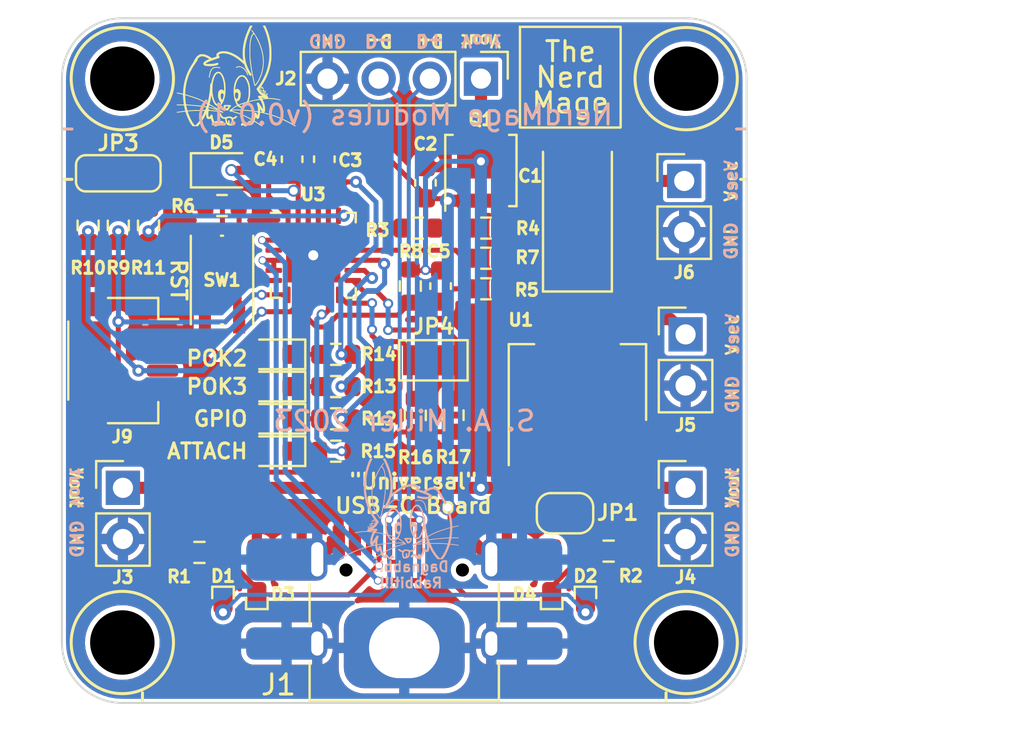
<source format=kicad_pcb>
(kicad_pcb (version 20211014) (generator pcbnew)
  (title_block (title "USB-C (PD) Board") (rev "0.0.1") (company "The Nerd Mage"))
  (layers (0 "F.Cu" signal) (31 "B.Cu" signal) (34 "B.Paste" user) (35 "F.Paste" user) (36 "B.SilkS" user "B.Silkscreen") (37 "F.SilkS" user "F.Silkscreen") (38 "B.Mask" user) (39 "F.Mask" user) (44 "Edge.Cuts" user))
  (net 0 "")
  (net 1 "UD+")
  (net 2 "UD-")
  (net 5 "Net-(C5-Pad2)")
  (net 7 "Net-(C3-Pad1)")
  (net 8 "Net-(C4-Pad1)")
  (net 9 "Net-(Q1-Pad4)")
  (net 10 "Net-(R3-Pad1)")
  (net 11 "CC1")
  (net 12 "CC2")
  (net 13 "Vbus")
  (net 14 "Net-(R7-Pad1)")
  (net 15 "RESET")
  (net 16 "Net-(R8-Pad2)")
  (net 17 "SCL")
  (net 18 "SDA")
  (net 19 "GPIO")
  (net 20 "ALERT")
  (net 21 "2v7")
  (net 22 "ATTACH")
  (net 23 "A_B_SIDE")
  (net 24 "GND")
  (net 25 "Net-(JP3-Pad3)")
  (net 26 "Vout")
  (net 27 "POWER_OK3")
  (net 28 "POWER_OK2")
  (net 29 "Net-(D9-Pad1)")
  (net 30 "Vsec")
  (net 31 "Net-(D6-Pad1)")
  (net 32 "Net-(D7-Pad1)")
  (net 33 "Net-(D8-Pad1)")
  (net 34 "Net-(JP3-Pad2)")
  (net 35 "Net-(JP3-Pad1)")
  (net 36 "/ADDR0")
  (net 37 "/ADDR1")
  (footprint "Tinker:Mount" (layer "F.Cu") (at 114 101)
    (fp_text reference "REF**" hide)
    (fp_text value "Mount" hide)
  )
  (footprint "Resistor_SMD:R_0603_1608Metric" (layer "F.Cu") (at 85.8 80.285136 90)
    (fp_text reference "R9")
    (fp_text value "1k")
  )
  (footprint "Tinker:PGB1010603NRHF" (layer "F.Cu") (at 109 100 -90)
    (fp_text reference "D2")
    (fp_text value "PGB1010603NR" hide)
  )
  (footprint "LED_SMD:LED_0603_1608Metric" (layer "F.Cu") (at 93.6 89.890928 180)
    (fp_text reference "D6" hide)
    (fp_text value "blue")
  )
  (footprint "Capacitor_SMD:C_0603_1608Metric" (layer "F.Cu") (at 101.052475 78.171086 90)
    (fp_text reference "C2")
    (fp_text value "1.0uF")
  )
  (footprint "Package_DFN_QFN:QFN-24-1EP_4x4mm_P0.5mm_EP2.7x2.7mm" (layer "F.Cu") (at 95.481969 81.77119)
    (fp_text reference "U3")
    (fp_text value "STUSB4500QTR")
  )
  (footprint "Tinker:Mount" (layer "F.Cu") (at 86 101)
    (fp_text reference "REF**" hide)
    (fp_text value "Mount" hide)
  )
  (footprint "Tinker:JST_SH_SM04B-SRSS-TB_1x04-1MP_P1.00mm_Horizontal" (layer "F.Cu") (at 86 87 -90)
    (fp_text reference "J9")
    (fp_text value "Conn_01x04_MountingPin" hide)
  )
  (footprint "Tinker:DagNabbit" (layer "F.Cu") (at 91.4 73.5)
    (fp_text reference "REF**" hide)
    (fp_text value "DagNabbit" hide)
  )
  (footprint "Tinker:SOT-223-3_TabPin2" (layer "F.Cu") (at 108.6 88.093656 90)
    (fp_text reference "U1")
    (fp_text value "AMS1117-3.3" hide)
  )
  (footprint "Tinker:R_0603_1608Metric_Pad0.98x0.95mm_HandSolder" (layer "F.Cu") (at 89.829448 96.526795 180)
    (fp_text reference "R1")
    (fp_text value "5k1")
  )
  (footprint "Capacitor_Tantalum_SMD:CP_EIA-6032-28_Kemet-C_Pad2.25x2.35mm_HandSolder" (layer "F.Cu") (at 108.6 79.635822 90)
    (fp_text reference "C1")
    (fp_text value "22uf")
  )
  (footprint "LED_SMD:LED_0603_1608Metric" (layer "F.Cu") (at 93.6 88.290928 180)
    (fp_text reference "D7" hide)
    (fp_text value "yellow")
  )
  (footprint "LED_SMD:LED_0603_1608Metric" (layer "F.Cu") (at 93.6 91.5 180)
    (fp_text reference "D9" hide)
    (fp_text value "green")
  )
  (footprint "Package_SON:Diodes_PowerDI3333-8" (layer "F.Cu") (at 103.805361 77.561221 90)
    (fp_text reference "Q1")
    (fp_text value "DMP3013SFV")
  )
  (footprint "Tinker:PinHeader_1x02_P2.54mm_Vertical" (layer "F.Cu") (at 113.97 93.32)
    (fp_text reference "J4")
    (fp_text value "Conn_01x02_Male" hide)
  )
  (footprint "Tinker:SolderJumper-2_P1.3mm_Open_RoundedPad1.0x1.5mm" (layer "F.Cu") (at 85.8 77.7)
    (fp_text reference "JP3")
    (fp_text value "SolderJumper_4_Bridged" hide)
  )
  (footprint "Tinker:Mount" (layer "F.Cu") (at 114 73)
    (fp_text reference "REF**" hide)
    (fp_text value "Mount" hide)
  )
  (footprint "Capacitor_SMD:C_0603_1608Metric" (layer "F.Cu") (at 96.031969 77 90)
    (fp_text reference "C3")
    (fp_text value "1.0uF")
  )
  (footprint "Tinker:NerdMage" (layer "F.Cu") (at 108.245525 72.927201)
    (fp_text reference "REF**" hide)
    (fp_text value "NerdMage" hide)
  )
  (footprint "Resistor_SMD:R_0603_1608Metric" (layer "F.Cu") (at 100.688522 80.42119)
    (fp_text reference "R3")
    (fp_text value "1k")
  )
  (footprint "Tinker:SolderJumper-2_P1.3mm_Open_RoundedPad1.0x1.5mm" (layer "F.Cu") (at 107.983618 94.58)
    (fp_text reference "JP1")
    (fp_text value "SolderJumper_2_Open")
  )
  (footprint "Tinker:PinHeader_1x02_P2.54mm_Vertical" (layer "F.Cu") (at 86.03 93.32)
    (fp_text reference "J3")
    (fp_text value "Conn_01x02_Male" hide)
  )
  (footprint "Capacitor_SMD:C_0603_1608Metric" (layer "F.Cu") (at 101.804435 83.300911 -90)
    (fp_text reference "C5")
    (fp_text value "0.1uF")
  )
  (footprint "Diode_SMD:D_SOD-323" (layer "F.Cu") (at 90.907663 77.551352)
    (fp_text reference "D5")
    (fp_text value "BAT60A")
  )
  (footprint "Resistor_SMD:R_0603_1608Metric" (layer "F.Cu") (at 90.95 79.3)
    (fp_text reference "R6")
    (fp_text value "100k")
  )
  (footprint "Resistor_SMD:R_0603_1608Metric" (layer "F.Cu") (at 100.29898 83.299492 -90)
    (fp_text reference "R8")
    (fp_text value "1k")
  )
  (footprint "Tinker:R_0603_1608Metric_Pad0.98x0.95mm_HandSolder" (layer "F.Cu") (at 110.150246 96.462623)
    (fp_text reference "R2")
    (fp_text value "5k1")
  )
  (footprint "Resistor_SMD:R_0603_1608Metric" (layer "F.Cu") (at 100.548181 89.722576 -90)
    (fp_text reference "R16")
    (fp_text value "100k")
  )
  (footprint "Tinker:PGB1010603NRHF" (layer "F.Cu") (at 91 100 -90)
    (fp_text reference "D1")
    (fp_text value "PGB1010603NR" hide)
  )
  (footprint "Tinker:PinHeader_1x02_P2.54mm_Vertical" (layer "F.Cu") (at 113.902854 78.08)
    (fp_text reference "J6")
    (fp_text value "Conn_01x02_Male" hide)
  )
  (footprint "Resistor_SMD:R_0603_1608Metric" (layer "F.Cu") (at 104.058404 83.435849 180)
    (fp_text reference "R5")
    (fp_text value "100")
  )
  (footprint "Tinker:SolderJumper-3_P1.3mm_Bridged123_Pad1.0x1.5mm" (layer "F.Cu") (at 101.446718 86.987381)
    (fp_text reference "JP4")
    (fp_text value "SolderJumper_3_Bridged123" hide)
  )
  (footprint "LED_SMD:LED_0603_1608Metric" (layer "F.Cu") (at 93.6 86.690928 180)
    (fp_text reference "D8" hide)
    (fp_text value "yellow")
  )
  (footprint "Tinker:PinHeader_1x02_P2.54mm_Vertical" (layer "F.Cu") (at 113.97 85.7)
    (fp_text reference "J5")
    (fp_text value "Conn_01x02_Male" hide)
  )
  (footprint "Tinker:Mount" (layer "F.Cu") (at 86 73)
    (fp_text reference "REF**" hide)
    (fp_text value "Mount" hide)
  )
  (footprint "Capacitor_SMD:C_0603_1608Metric" (layer "F.Cu") (at 94.431969 77 90)
    (fp_text reference "C4")
    (fp_text value "1.0uF")
  )
  (footprint "Resistor_SMD:R_0603_1608Metric" (layer "F.Cu") (at 96.6 91.5 180)
    (fp_text reference "R15")
    (fp_text value "1k")
  )
  (footprint "Resistor_SMD:R_0603_1608Metric" (layer "F.Cu") (at 104.058404 80.42119 180)
    (fp_text reference "R4")
    (fp_text value "100k")
  )
  (footprint "Resistor_SMD:R_0603_1608Metric" (layer "F.Cu") (at 96.6 86.690928 180)
    (fp_text reference "R14")
    (fp_text value "1k")
  )
  (footprint "Resistor_SMD:R_0603_1608Metric" (layer "F.Cu") (at 104.058404 81.917221)
    (fp_text reference "R7")
    (fp_text value "22k")
  )
  (footprint "Resistor_SMD:R_0603_1608Metric" (layer "F.Cu") (at 102.422576 89.709091 -90)
    (fp_text reference "R17")
    (fp_text value "100k")
  )
  (footprint "Tinker:SW_Push_TS273014TP" (layer "F.Cu") (at 90.95 83 -90)
    (fp_text reference "SW1")
    (fp_text value "SW_Push")
  )
  (footprint "Resistor_SMD:R_0603_1608Metric" (layer "F.Cu") (at 96.6 88.290928 180)
    (fp_text reference "R13")
    (fp_text value "1k")
  )
  (footprint "Resistor_SMD:R_0603_1608Metric" (layer "F.Cu") (at 84.3 80.285136 90)
    (fp_text reference "R10")
    (fp_text value "1k")
  )
  (footprint "Tinker:PinHeader_1x04_P2.54mm_Vertical" (layer "F.Cu") (at 103.81 73 -90)
    (fp_text reference "J2")
    (fp_text value "Conn_01x04_Male" hide)
  )
  (footprint "Tinker:USB_C_Receptacle_HRO_TYPE-C-31-M-12" (layer "F.Cu") (at 100 100)
    (fp_text reference "J1")
    (fp_text value "USB_C_Receptacle_USB2.0" hide)
  )
  (footprint "Tinker:PGB1010603NRHF" (layer "F.Cu") (at 107.32 97.571795 90)
    (fp_text reference "D4")
    (fp_text value "PGB1010603NR" hide)
  )
  (footprint "Resistor_SMD:R_0603_1608Metric" (layer "F.Cu") (at 96.6 89.890928 180)
    (fp_text reference "R12")
    (fp_text value "1k")
  )
  (footprint "Resistor_SMD:R_0603_1608Metric" (layer "F.Cu") (at 87.3 80.285136 90)
    (fp_text reference "R11")
    (fp_text value "1k")
  )
  (footprint "Tinker:PGB1010603NRHF" (layer "F.Cu") (at 92.68 97.571795 90)
    (fp_text reference "D3")
    (fp_text value "PGB1010603NR" hide)
  )
  (footprint "Tinker:DagNabbit" (layer "B.Cu") (at 100 95 180)
    (fp_text reference "REF**" hide)
    (fp_text value "DagNabbit" hide)
  )
  (gr_line (start 83.1 75.5) (end 83.5 75.5) (layer "B.SilkS") (width 0.15))
  (gr_line (start 116.5 75.5) (end 116.9 75.5) (layer "B.SilkS") (width 0.15))
  (gr_line (start 113 103.9) (end 113 103.5) (layer "F.SilkS") (width 0.15))
  (gr_line (start 83.1 78) (end 83.5 78) (layer "F.SilkS") (width 0.15))
  (gr_line (start 116.7 78) (end 116.9 78) (layer "F.SilkS") (width 0.15))
  (gr_line (start 87 103.9) (end 87 103.5) (layer "F.SilkS") (width 0.15))
  (gr_line (start 117 73) (end 117 101) (layer "Edge.Cuts") (width 0.1))
  (gr_arc (start 86 104) (mid 83.87868 103.12132) (end 83 101) (layer "Edge.Cuts") (width 0.1))
  (gr_arc (start 83 73) (mid 83.87868 70.87868) (end 86 70) (layer "Edge.Cuts") (width 0.1))
  (gr_line (start 86 70) (end 114 70) (layer "Edge.Cuts") (width 0.1))
  (gr_line (start 83 101) (end 83 73) (layer "Edge.Cuts") (width 0.1))
  (gr_arc (start 114 70) (mid 116.12132 70.87868) (end 117 73) (layer "Edge.Cuts") (width 0.1))
  (gr_line (start 86 104) (end 114 104) (layer "Edge.Cuts") (width 0.1))
  (gr_arc (start 117 101) (mid 116.12132 103.12132) (end 114 104) (layer "Edge.Cuts") (width 0.1))
  (gr_text "NerdMage Modules (v0.0.1)" (at 100 74.8) (layer "B.SilkS") (effects (font (size 1 1)) (justify mirror)))
  (gr_text "D+" (at 101.27 71.12 180) (layer "B.SilkS") (effects (font (size 0.6 0.6)) (justify mirror)))
  (gr_text "GND" (at 116.3 88.68 90) (layer "B.SilkS") (effects (font (size 0.6 0.6) (thickness 0.125)) (justify mirror)))
  (gr_text "GND" (at 83.7 95.86 270) (layer "B.SilkS") (effects (font (size 0.6 0.6) (thickness 0.125)) (justify mirror)))
  (gr_text "Vout" (at 116.3 93.32 90) (layer "B.SilkS") (effects (font (size 0.6 0.6) (thickness 0.125)) (justify mirror)))
  (gr_text "GND" (at 116.232854 81.06 90) (layer "B.SilkS") (effects (font (size 0.6 0.6) (thickness 0.125)) (justify mirror)))
  (gr_text "D-" (at 98.73 71.12 180) (layer "B.SilkS") (effects (font (size 0.6 0.6)) (justify mirror)))
  (gr_text "Vout" (at 103.81 71.12 180) (layer "B.SilkS") (effects (font (size 0.6 0.6) (thickness 0.125)) (justify mirror)))
  (gr_text "Vsec" (at 116.3 85.7 90) (layer "B.SilkS") (effects (font (size 0.6 0.6) (thickness 0.125)) (justify mirror)))
  (gr_text "Vsec" (at 116.232854 78.08 90) (layer "B.SilkS") (effects (font (size 0.6 0.6) (thickness 0.125)) (justify mirror)))
  (gr_text "GND" (at 116.3 95.86 90) (layer "B.SilkS") (effects (font (size 0.6 0.6) (thickness 0.125)) (justify mirror)))
  (gr_text "S. A. Miller 2023" (at 100 90) (layer "B.SilkS") (effects (font (size 1 1)) (justify mirror)))
  (gr_text "Vout" (at 83.7 93.32 270) (layer "B.SilkS") (effects (font (size 0.6 0.6) (thickness 0.125)) (justify mirror)))
  (gr_text "GND" (at 96.19 71.12 180) (layer "B.SilkS") (effects (font (size 0.6 0.6) (thickness 0.125)) (justify mirror)))
  (gr_text "Vout" (at 116.3 93.32 90) (layer "F.SilkS") (effects (font (size 0.6 0.6) (thickness 0.125))))
  (gr_text "GND" (at 116.232854 81.06 90) (layer "F.SilkS") (effects (font (size 0.6 0.6) (thickness 0.125))))
  (gr_text "D-" (at 98.73 71.12 180) (layer "F.SilkS") (effects (font (size 0.6 0.6))))
  (gr_text "D+" (at 101.27 71.12 180) (layer "F.SilkS") (effects (font (size 0.6 0.6))))
  (gr_text "GND" (at 116.3 88.68 90) (layer "F.SilkS") (effects (font (size 0.6 0.6) (thickness 0.125))))
  (gr_text "GND" (at 96.19 71.12 180) (layer "F.SilkS") (effects (font (size 0.6 0.6) (thickness 0.125))))
  (gr_text "POK3" (at 92.298126 88.290928) (layer "F.SilkS") (effects (font (size 0.75 0.75)) (justify right)))
  (gr_text "GND" (at 116.3 95.86 90) (layer "F.SilkS") (effects (font (size 0.6 0.6) (thickness 0.125))))
  (gr_text "POK2" (at 92.298126 86.890928) (layer "F.SilkS") (effects (font (size 0.75 0.75)) (justify right)))
  (gr_text "GPIO" (at 92.298126 89.890928) (layer "F.SilkS") (effects (font (size 0.75 0.75)) (justify right)))
  (gr_text "ATTACH" (at 92.298126 91.5) (layer "F.SilkS") (effects (font (size 0.75 0.75)) (justify right)))
  (gr_text "GND" (at 83.7 95.86 270) (layer "F.SilkS") (effects (font (size 0.6 0.6) (thickness 0.125))))
  (gr_text "{dblquote}Universal{dblquote}\nUSB-C Board" (at 100.456186 93.602208) (layer "F.SilkS") (effects (font (size 0.75 0.75))))
  (gr_text "Vout" (at 103.81 71.12 180) (layer "F.SilkS") (effects (font (size 0.6 0.6) (thickness 0.125))))
  (gr_text "Vsec" (at 116.3 85.7 90) (layer "F.SilkS") (effects (font (size 0.6 0.6) (thickness 0.125))))
  (gr_text "Vout" (at 83.7 93.32 270) (layer "F.SilkS") (effects (font (size 0.6 0.6) (thickness 0.125))))
  (gr_text "Vsec" (at 116.232854 78.08 90) (layer "F.SilkS") (effects (font (size 0.6 0.6) (thickness 0.125))))
  (gr_text "RST" (at 88.8 83 270) (layer "F.SilkS") (effects (font (size 0.75 0.75))))
  (segment (start 99.8 94.921795) (end 100.7 94.921795) (width 0.2) (layer "F.Cu") (net 1))
  (segment (start 100.7 94.921795) (end 100.75 94.971795) (width 0.2) (layer "F.Cu") (net 1))
  (segment (start 99.75 94.971795) (end 99.8 94.921795) (width 0.2) (layer "F.Cu") (net 1))
  (segment (start 100.75 94.971795) (end 100.75 95.946795) (width 0.2) (layer "F.Cu") (net 1))
  (segment (start 99.75 95.946795) (end 99.75 94.971795) (width 0.2) (layer "F.Cu") (net 1))
  (via (at 100.75 94.905935) (size 0.4) (drill 0.3) (layers "F.Cu" "B.Cu") (net 1))
  (via (at 109 99.5) (size 0.8) (drill 0.4) (layers "F.Cu" "B.Cu") (net 1))
  (segment (start 100.225001 92.814999) (end 100.225001 74.044999) (width 0.2) (layer "B.Cu") (net 1))
  (segment (start 100.737621 97.30379) (end 100.737816 97.303985) (width 0.2) (layer "B.Cu") (net 1))
  (segment (start 100.737816 98.072204) (end 101.30017 98.634558) (width 0.2) (layer "B.Cu") (net 1))
  (segment (start 100.225001 74.044999) (end 101.27 73) (width 0.2) (layer "B.Cu") (net 1))
  (segment (start 100.225001 94.380936) (end 100.225001 92.814999) (width 0.2) (layer "B.Cu") (net 1))
  (segment (start 100.75 94.905935) (end 100.225001 94.380936) (width 0.2) (layer "B.Cu") (net 1))
  (segment (start 108.131208 98.634558) (end 108.132883 98.632883) (width 0.2) (layer "B.Cu") (net 1))
  (segment (start 100.75 94.905935) (end 100.737621 94.918314) (width 0.2) (layer "B.Cu") (net 1))
  (segment (start 108.132883 98.632883) (end 109 99.5) (width 0.2) (layer "B.Cu") (net 1))
  (segment (start 100.737816 97.303985) (end 100.737816 98.072204) (width 0.2) (layer "B.Cu") (net 1))
  (segment (start 101.30017 98.634558) (end 108.131208 98.634558) (width 0.2) (layer "B.Cu") (net 1))
  (segment (start 100.737621 94.918314) (end 100.737621 97.30379) (width 0.2) (layer "B.Cu") (net 1))
  (segment (start 99.25 96.941795) (end 99.3 96.991795) (width 0.2) (layer "F.Cu") (net 2))
  (segment (start 99.3 96.991795) (end 100.2 96.991795) (width 0.2) (layer "F.Cu") (net 2))
  (segment (start 99.25 95.966795) (end 99.25 95.055935) (width 0.2) (layer "F.Cu") (net 2))
  (segment (start 99.25 95.055935) (end 99.15 94.955935) (width 0.2) (layer "F.Cu") (net 2))
  (segment (start 100.2 96.991795) (end 100.25 96.941795) (width 0.2) (layer "F.Cu") (net 2))
  (segment (start 100.25 96.941795) (end 100.25 95.966795) (width 0.2) (layer "F.Cu") (net 2))
  (segment (start 99.25 95.966795) (end 99.25 96.941795) (width 0.2) (layer "F.Cu") (net 2))
  (via (at 91 99.5) (size 0.8) (drill 0.4) (layers "F.Cu" "B.Cu") (net 2))
  (via (at 99.25 94.905935) (size 0.4) (drill 0.3) (layers "F.Cu" "B.Cu") (net 2))
  (segment (start 99.253303 98.183958) (end 98.804378 98.632883) (width 0.2) (layer "B.Cu") (net 2))
  (segment (start 99.253303 94.909238) (end 99.253303 98.183958) (width 0.2) (layer "B.Cu") (net 2))
  (segment (start 98.73 73) (end 99.774999 74.044999) (width 0.2) (layer "B.Cu") (net 2))
  (segment (start 99.774999 74.044999) (end 99.774999 94.380936) (width 0.2) (layer "B.Cu") (net 2))
  (segment (start 91.867117 98.632883) (end 91 99.5) (width 0.2) (layer "B.Cu") (net 2))
  (segment (start 98.804378 98.632883) (end 91.867117 98.632883) (width 0.2) (layer "B.Cu") (net 2))
  (segment (start 99.25 94.905935) (end 99.253303 94.909238) (width 0.2) (layer "B.Cu") (net 2))
  (segment (start 99.774999 94.380936) (end 99.25 94.905935) (width 0.2) (layer "B.Cu") (net 2))
  (segment (start 103.133404 83.435849) (end 102.444497 83.435849) (width 0.25) (layer "F.Cu") (net 5))
  (segment (start 102.444497 83.435849) (end 101.804435 84.075911) (width 0.25) (layer "F.Cu") (net 5))
  (segment (start 96.031969 77.775) (end 95.731969 78.075) (width 0.25) (layer "F.Cu") (net 7))
  (segment (start 95.731969 78.075) (end 95.731969 79.80869) (width 0.25) (layer "F.Cu") (net 7))
  (segment (start 94.731969 79.80869) (end 94.731969 78.075) (width 0.25) (layer "F.Cu") (net 8))
  (segment (start 94.731969 78.075) (end 94.431969 77.775) (width 0.25) (layer "F.Cu") (net 8))
  (via (at 94.50679 78.565303) (size 0.6) (drill 0.4) (layers "F.Cu" "B.Cu") (net 8))
  (via (at 91.412184 77.540338) (size 0.6) (drill 0.4) (layers "F.Cu" "B.Cu") (net 8))
  (segment (start 94.50679 78.565303) (end 92.437149 78.565303) (width 0.25) (layer "B.Cu") (net 8))
  (segment (start 92.437149 78.565303) (end 91.412184 77.540338) (width 0.25) (layer "B.Cu") (net 8))
  (segment (start 104.783404 80.52119) (end 104.783404 83.685345) (width 0.25) (layer "F.Cu") (net 9))
  (segment (start 104.780361 80.518147) (end 104.783404 80.52119) (width 0.25) (layer "F.Cu") (net 9))
  (segment (start 104.780361 79.061221) (end 104.780361 80.518147) (width 0.25) (layer "F.Cu") (net 9))
  (segment (start 97.444469 80.52119) (end 99.413522 80.52119) (width 0.25) (layer "F.Cu") (net 10))
  (segment (start 90.891948 96.526795) (end 92.68 98.314847) (width 0.25) (layer "F.Cu") (net 11))
  (segment (start 98.743716 97.171172) (end 98.704539 97.171172) (width 0.25) (layer "F.Cu") (net 11))
  (segment (start 97.241416 98.634295) (end 92.68 98.634295) (width 0.25) (layer "F.Cu") (net 11))
  (segment (start 98.75 97.164888) (end 98.743716 97.171172) (width 0.25) (layer "F.Cu") (net 11))
  (segment (start 98.75 95.955) (end 98.75 97.164888) (width 0.25) (layer "F.Cu") (net 11))
  (segment (start 92.68 98.314847) (end 92.68 98.631795) (width 0.25) (layer "F.Cu") (net 11))
  (segment (start 93.519469 80.52119) (end 93.519469 81.02119) (width 0.25) (layer "F.Cu") (net 11))
  (segment (start 98.704539 97.171172) (end 97.241416 98.634295) (width 0.25) (layer "F.Cu") (net 11))
  (via (at 92.944414 81.02119) (size 0.4) (drill 0.3) (layers "F.Cu" "B.Cu") (net 11))
  (via (at 98.743716 97.171172) (size 0.4) (drill 0.3) (layers "F.Cu" "B.Cu") (net 11))
  (segment (start 98.743716 97.171172) (end 94.089893 92.517349) (width 0.25) (layer "B.Cu") (net 11))
  (segment (start 94.089893 82.166669) (end 92.944414 81.02119) (width 0.25) (layer "B.Cu") (net 11))
  (segment (start 94.089893 92.517349) (end 94.089893 82.166669) (width 0.25) (layer "B.Cu") (net 11))
  (segment (start 100.749398 97.926038) (end 101.75 96.925436) (width 0.25) (layer "F.Cu") (net 12))
  (segment (start 101.75 96.67) (end 101.75 97.369276) (width 0.25) (layer "F.Cu") (net 12))
  (segment (start 101.75 97.149742) (end 101.75 96.925436) (width 0.25) (layer "F.Cu") (net 12))
  (segment (start 103.015019 98.634295) (end 107.32 98.634295) (width 0.25) (layer "F.Cu") (net 12))
  (segment (start 93.519469 82.02119) (end 93.519469 82.52119) (width 0.25) (layer "F.Cu") (net 12))
  (segment (start 107.32 98.631795) (end 107.32 98.230369) (width 0.25) (layer "F.Cu") (net 12))
  (segment (start 101.75 97.369276) (end 103.015019 98.634295) (width 0.25) (layer "F.Cu") (net 12))
  (segment (start 101.75 95.955) (end 101.75 96.67) (width 0.25) (layer "F.Cu") (net 12))
  (segment (start 98.692136 97.926038) (end 100.749398 97.926038) (width 0.25) (layer "F.Cu") (net 12))
  (segment (start 101.75 96.925436) (end 101.75 96.67) (width 0.25) (layer "F.Cu") (net 12))
  (segment (start 107.32 98.230369) (end 109.087746 96.462623) (width 0.25) (layer "F.Cu") (net 12))
  (via (at 92.963026 82.02119) (size 0.4) (drill 0.3) (layers "F.Cu" "B.Cu") (net 12))
  (via (at 98.692136 97.926038) (size 0.4) (drill 0.3) (layers "F.Cu" "B.Cu") (net 12))
  (segment (start 93.639893 92.873795) (end 93.639893 82.698057) (width 0.25) (layer "B.Cu") (net 12))
  (segment (start 93.639893 82.698057) (end 92.963026 82.02119) (width 0.25) (layer "B.Cu") (net 12))
  (segment (start 98.692136 97.926038) (end 93.639893 92.873795) (width 0.25) (layer "B.Cu") (net 12))
  (segment (start 103.133404 79.364264) (end 102.830361 79.061221) (width 0.25) (layer "F.Cu") (net 13))
  (segment (start 99.256277 77) (end 93.7265 77) (width 0.25) (layer "F.Cu") (net 13))
  (segment (start 101.063522 78.961221) (end 102.0633 78.961221) (width 0.25) (layer "F.Cu") (net 13))
  (segment (start 102.1633 94.189716) (end 102.45 94.476416) (width 0.6) (layer "F.Cu") (net 13))
  (segment (start 103.480361 79.061221) (end 104.070361 79.061221) (width 0.6) (layer "F.Cu") (net 13))
  (segment (start 102.830361 79.061221) (end 102.1633 79.061221) (width 0.6) (layer "F.Cu") (net 13))
  (segment (start 93.7265 77) (end 93.265005 77.461495) (width 0.25) (layer "F.Cu") (net 13))
  (segment (start 93.265005 78.841726) (end 94.231969 79.80869) (width 0.25) (layer "F.Cu") (net 13))
  (segment (start 97.55 95.515) (end 97.55 94.61) (width 0.6) (layer "F.Cu") (net 13))
  (segment (start 102.45 95.955) (end 102.45 95.126132) (width 0.6) (layer "F.Cu") (net 13))
  (segment (start 97.55 94.61) (end 97.970284 94.189716) (width 0.6) (layer "F.Cu") (net 13))
  (segment (start 107.230034 94.476416) (end 102.45 94.476416) (width 0.6) (layer "F.Cu") (net 13))
  (segment (start 93.265005 77.461495) (end 93.265005 78.841726) (width 0.25) (layer "F.Cu") (net 13))
  (segment (start 102.45 94.476416) (end 102.45 95.082373) (width 0.6) (layer "F.Cu") (net 13))
  (segment (start 101.063522 80.12119) (end 101.463522 80.52119) (width 0.25) (layer "F.Cu") (net 13))
  (segment (start 97.970284 94.189716) (end 102.1633 94.189716) (width 0.6) (layer "F.Cu") (net 13))
  (segment (start 102.830361 79.061221) (end 103.480361 79.061221) (width 0.6) (layer "F.Cu") (net 13))
  (segment (start 101.135917 78.87964) (end 99.256277 77) (width 0.25) (layer "F.Cu") (net 13))
  (segment (start 107.333618 94.58) (end 107.230034 94.476416) (width 0.6) (layer "F.Cu") (net 13))
  (segment (start 101.063522 78.961221) (end 101.063522 80.12119) (width 0.25) (layer "F.Cu") (net 13))
  (segment (start 103.133404 80.52119) (end 103.133404 79.364264) (width 0.25) (layer "F.Cu") (net 13))
  (segment (start 102.0633 78.961221) (end 102.1633 79.061221) (width 0.25) (layer "F.Cu") (net 13))
  (via (at 102.1633 94.289716) (size 0.8) (drill 0.4) (layers "F.Cu" "B.Cu") (net 13))
  (via (at 102.1633 79.061221) (size 0.8) (drill 0.4) (layers "F.Cu" "B.Cu") (net 13))
  (segment (start 102.1633 79.11954) (end 102.1633 94.289716) (width 0.6) (layer "B.Cu") (net 13))
  (segment (start 102.557051 81.52119) (end 103.153082 82.117221) (width 0.25) (layer "F.Cu") (net 14))
  (segment (start 97.444469 81.52119) (end 102.557051 81.52119) (width 0.25) (layer "F.Cu") (net 14))
  (segment (start 93.511597 83.029062) (end 91.8 83.029062) (width 0.25) (layer "F.Cu") (net 15))
  (segment (start 91.8 84.85) (end 91.8 83.029062) (width 0.25) (layer "F.Cu") (net 15))
  (segment (start 93.519469 83.02119) (end 93.511597 83.029062) (width 0.25) (layer "F.Cu") (net 15))
  (segment (start 91.8 83.029062) (end 91.8 79.325) (width 0.25) (layer "F.Cu") (net 15))
  (segment (start 95.231969 83.73369) (end 95.231969 84.923606) (width 0.25) (layer "F.Cu") (net 16))
  (segment (start 95.231969 84.923606) (end 95.641116 85.332753) (width 0.25) (layer "F.Cu") (net 16))
  (segment (start 96.690284 84.748251) (end 99.675221 84.748251) (width 0.25) (layer "F.Cu") (net 16))
  (segment (start 95.641116 85.332753) (end 96.105782 85.332753) (width 0.25) (layer "F.Cu") (net 16))
  (segment (start 99.675221 84.748251) (end 100.29898 84.124492) (width 0.25) (layer "F.Cu") (net 16))
  (segment (start 96.105782 85.332753) (end 96.690284 84.748251) (width 0.25) (layer "F.Cu") (net 16))
  (segment (start 85.8 87.748526) (end 85.8 85.267178) (width 0.25) (layer "F.Cu") (net 17))
  (segment (start 86.551474 88.5) (end 88.13441 88.5) (width 0.25) (layer "F.Cu") (net 17))
  (segment (start 85.8 85.067178) (end 85.805394 85.061784) (width 0.25) (layer "F.Cu") (net 17))
  (segment (start 85.8 87.748526) (end 86.551474 88.5) (width 0.25) (layer "F.Cu") (net 17))
  (segment (start 94.231969 83.73369) (end 92.819469 83.73369) (width 0.25) (layer "F.Cu") (net 17))
  (via (at 92.919469 83.73369) (size 0.5) (drill 0.3) (layers "F.Cu" "B.Cu") (net 17))
  (via (at 85.8 80.58) (size 0.6) (drill 0.3) (layers "F.Cu" "B.Cu") (net 17))
  (via (at 85.805394 85.061784) (size 0.6) (drill 0.3) (layers "F.Cu" "B.Cu") (net 17))
  (segment (start 85.805394 85.061784) (end 85.805394 80.585394) (width 0.25) (layer "B.Cu") (net 17))
  (segment (start 92.455421 83.73369) (end 91.107616 85.081495) (width 0.25) (layer "B.Cu") (net 17))
  (segment (start 85.825105 85.081495) (end 85.805394 85.061784) (width 0.25) (layer "B.Cu") (net 17))
  (segment (start 91.107616 85.081495) (end 85.825105 85.081495) (width 0.25) (layer "B.Cu") (net 17))
  (segment (start 92.919469 83.73369) (end 92.455421 83.73369) (width 0.25) (layer "B.Cu") (net 17))
  (segment (start 85.805394 80.585394) (end 85.8 80.58) (width 0.25) (layer "B.Cu") (net 17))
  (segment (start 94.731969 83.73369) (end 94.731969 84.194198) (width 0.25) (layer "F.Cu") (net 18))
  (segment (start 86.8 87.5) (end 88.13441 87.5) (width 0.25) (layer "F.Cu") (net 18))
  (segment (start 94.731969 84.194198) (end 94.352345 84.573822) (width 0.25) (layer "F.Cu") (net 18))
  (segment (start 94.352345 84.573822) (end 92.819469 84.573822) (width 0.25) (layer "F.Cu") (net 18))
  (via (at 84.3 80.58) (size 0.6) (drill 0.3) (layers "F.Cu" "B.Cu") (net 18))
  (via (at 92.919469 84.573822) (size 0.5) (drill 0.3) (layers "F.Cu" "B.Cu") (net 18))
  (via (at 86.8 87.5) (size 0.6) (drill 0.3) (layers "F.Cu" "B.Cu") (net 18))
  (segment (start 86.801247 87.501247) (end 89.992045 87.501247) (width 0.25) (layer "B.Cu") (net 18))
  (segment (start 84.3 85) (end 84.3 80.58) (width 0.25) (layer "B.Cu") (net 18))
  (segment (start 86.8 87.5) (end 86.801247 87.501247) (width 0.25) (layer "B.Cu") (net 18))
  (segment (start 89.992045 87.501247) (end 92.919469 84.573822) (width 0.25) (layer "B.Cu") (net 18))
  (segment (start 86.8 87.5) (end 84.3 85) (width 0.25) (layer "B.Cu") (net 18))
  (segment (start 98.749917 82.018851) (end 99.008319 82.277253) (width 0.25) (layer "F.Cu") (net 19))
  (segment (start 97.446808 82.018851) (end 98.749917 82.018851) (width 0.25) (layer "F.Cu") (net 19))
  (segment (start 97.444469 82.02119) (end 97.446808 82.018851) (width 0.25) (layer "F.Cu") (net 19))
  (via (at 96.880714 89.890928) (size 0.6) (drill 0.3) (layers "F.Cu" "B.Cu") (net 19))
  (via (at 99 82.2) (size 0.6) (drill 0.3) (layers "F.Cu" "B.Cu") (net 19))
  (segment (start 98.170273 88.601369) (end 96.880714 89.890928) (width 0.25) (layer "B.Cu") (net 19))
  (segment (start 98.170273 86.250495) (end 98.170273 88.601369) (width 0.25) (layer "B.Cu") (net 19))
  (segment (start 97.747008 85.82723) (end 98.170273 86.250495) (width 0.25) (layer "B.Cu") (net 19))
  (segment (start 97.747008 83.933706) (end 97.747008 85.82723) (width 0.25) (layer "B.Cu") (net 19))
  (segment (start 99.025 83.166136) (end 98.666137 83.525) (width 0.25) (layer "B.Cu") (net 19))
  (segment (start 98.666137 83.525) (end 98.155714 83.525) (width 0.25) (layer "B.Cu") (net 19))
  (segment (start 99.025 82.225) (end 99.025 83.166136) (width 0.25) (layer "B.Cu") (net 19))
  (segment (start 99 82.2) (end 99.025 82.225) (width 0.25) (layer "B.Cu") (net 19))
  (segment (start 98.155714 83.525) (end 97.747008 83.933706) (width 0.25) (layer "B.Cu") (net 19))
  (via (at 97 79.80869) (size 0.6) (drill 0.3) (layers "F.Cu" "B.Cu") (net 20))
  (via (at 87.3 80.58) (size 0.6) (drill 0.3) (layers "F.Cu" "B.Cu") (net 20))
  (segment (start 97 79.80869) (end 96.993317 79.815373) (width 0.25) (layer "B.Cu") (net 20))
  (segment (start 88.064627 79.815373) (end 87.3 80.58) (width 0.25) (layer "B.Cu") (net 20))
  (segment (start 96.993317 79.815373) (end 88.064627 79.815373) (width 0.25) (layer "B.Cu") (net 20))
  (segment (start 92.8125 86.690928) (end 92.8125 91.5) (width 0.25) (layer "F.Cu") (net 21))
  (segment (start 100.561666 90.534091) (end 100.548181 90.547576) (width 0.25) (layer "F.Cu") (net 21))
  (segment (start 90.734379 86.690928) (end 90.145703 86.102252) (width 0.25) (layer "F.Cu") (net 21))
  (segment (start 89.702252 86.5) (end 90.1 86.102252) (width 0.25) (layer "F.Cu") (net 21))
  (segment (start 88.13441 86.5) (end 89.702252 86.5) (width 0.25) (layer "F.Cu") (net 21))
  (segment (start 90.1 86.102252) (end 90.1 84.85) (width 0.25) (layer "F.Cu") (net 21))
  (segment (start 92.8125 86.690928) (end 90.734379 86.690928) (width 0.25) (layer "F.Cu") (net 21))
  (segment (start 90.1 81.15) (end 90.1 84.85) (width 0.25) (layer "F.Cu") (net 21))
  (segment (start 90.792432 78.486121) (end 90.792432 78.540189) (width 0.25) (layer "F.Cu") (net 21))
  (segment (start 89.306161 77.19985) (end 89.657663 77.551352) (width 0.25) (layer "F.Cu") (net 21))
  (segment (start 99.682726 90.547576) (end 97.689391 92.540911) (width 0.25) (layer "F.Cu") (net 21))
  (segment (start 90.96983 78.717587) (end 90.96983 80.28017) (width 0.25) (layer "F.Cu") (net 21))
  (segment (start 90.1 86.102252) (end 90.145703 86.102252) (width 0.25) (layer "F.Cu") (net 21))
  (segment (start 85.82015 77.19985) (end 89.306161 77.19985) (width 0.25) (layer "F.Cu") (net 21))
  (segment (start 102.422576 90.534091) (end 100.561666 90.534091) (width 0.25) (layer "F.Cu") (net 21))
  (segment (start 92.8125 92.316297) (end 93.037114 92.540911) (width 0.25) (layer "F.Cu") (net 21))
  (segment (start 97.689391 92.540911) (end 93.037114 92.540911) (width 0.25) (layer "F.Cu") (net 21))
  (segment (start 90.96983 80.28017) (end 90.1 81.15) (width 0.25) (layer "F.Cu") (net 21))
  (segment (start 92.8125 91.5) (end 92.8125 92.316297) (width 0.25) (layer "F.Cu") (net 21))
  (segment (start 90.792432 78.540189) (end 90.96983 78.717587) (width 0.25) (layer "F.Cu") (net 21))
  (segment (start 85.8 77.22) (end 85.82015 77.19985) (width 0.25) (layer "F.Cu") (net 21))
  (segment (start 100.548181 90.547576) (end 99.682726 90.547576) (width 0.25) (layer "F.Cu") (net 21))
  (segment (start 89.857663 77.551352) (end 90.792432 78.486121) (width 0.25) (layer "F.Cu") (net 21))
  (segment (start 96.231969 83.73369) (end 96.231969 84.512576) (width 0.25) (layer "F.Cu") (net 22))
  (segment (start 96.231969 84.512576) (end 96.00308 84.741465) (width 0.25) (layer "F.Cu") (net 22))
  (via (at 95.9 84.707753) (size 0.5) (drill 0.3) (layers "F.Cu" "B.Cu") (net 22))
  (via (at 96.898364 91.5) (size 0.5) (drill 0.3) (layers "F.Cu" "B.Cu") (net 22))
  (segment (start 95.655714 84.952039) (end 95.655714 90.85735) (width 0.25) (layer "B.Cu") (net 22))
  (segment (start 95.9 84.707753) (end 95.655714 84.952039) (width 0.25) (layer "B.Cu") (net 22))
  (segment (start 96.298364 91.5) (end 96.898364 91.5) (width 0.25) (layer "B.Cu") (net 22))
  (segment (start 95.655714 90.85735) (end 96.298364 91.5) (width 0.25) (layer "B.Cu") (net 22))
  (segment (start 95.481969 81.77119) (end 95.231969 81.52119) (width 0.25) (layer "F.Cu") (net 24))
  (segment (start 105.856965 101.06) (end 105.846965 101.05) (width 0.25) (layer "F.Cu") (net 24))
  (segment (start 109 101.06) (end 105.856965 101.06) (width 0.25) (layer "F.Cu") (net 24))
  (segment (start 95.231969 81.52119) (end 95.231969 79.80869) (width 0.25) (layer "F.Cu") (net 24))
  (segment (start 94.530535 96.509295) (end 94.903035 96.881795) (width 0.25) (layer "F.Cu") (net 24))
  (segment (start 91 101.06) (end 94.143035 101.06) (width 0.25) (layer "F.Cu") (net 24))
  (segment (start 103.405 95.966795) (end 104.32 96.881795) (width 0.6) (layer "F.Cu") (net 24))
  (segment (start 103.25 95.966795) (end 103.405 95.966795) (width 0.6) (layer "F.Cu") (net 24))
  (segment (start 92.68 96.509295) (end 94.530535 96.509295) (width 0.25) (layer "F.Cu") (net 24))
  (segment (start 95.481969 81.77119) (end 95.731969 82.02119) (width 0.25) (layer "F.Cu") (net 24))
  (segment (start 95.731969 82.02119) (end 95.731969 83.73369) (width 0.25) (layer "F.Cu") (net 24))
  (segment (start 96.595 95.966795) (end 95.68 96.881795) (width 0.6) (layer "F.Cu") (net 24))
  (segment (start 107.32 96.509295) (end 105.469465 96.509295) (width 0.25) (layer "F.Cu") (net 24))
  (segment (start 96.75 95.966795) (end 96.595 95.966795) (width 0.6) (layer "F.Cu") (net 24))
  (segment (start 105.469465 96.509295) (end 105.096965 96.881795) (width 0.25) (layer "F.Cu") (net 24))
  (segment (start 94.143035 101.06) (end 94.153035 101.05) (width 0.25) (layer "F.Cu") (net 24))
  (via (at 95.481969 81.77119) (size 1) (drill 0.5) (layers "F.Cu" "B.Cu") (net 24))
  (segment (start 87.3 79.460136) (end 87.3 78.28) (width 0.25) (layer "F.Cu") (net 25))
  (segment (start 87.3 78.28) (end 87.2 78.18) (width 0.25) (layer "F.Cu") (net 25))
  (segment (start 108.633618 94.58) (end 108.633618 93.393618) (width 0.6) (layer "F.Cu") (net 26))
  (segment (start 103.81 77.101582) (end 103.805361 77.106221) (width 0.6) (layer "F.Cu") (net 26))
  (segment (start 101.804435 82.525911) (end 100.350399 82.525911) (width 0.25) (layer "F.Cu") (net 26))
  (segment (start 114 93.32) (end 112.42 93.32) (width 0.6) (layer "F.Cu") (net 26))
  (segment (start 108.633618 93.393618) (end 108.56 93.32) (width 0.6) (layer "F.Cu") (net 26))
  (segment (start 103.81 73) (end 103.81 77.101582) (width 0.6) (layer "F.Cu") (net 26))
  (segment (start 110.9 91.243656) (end 112.42 92.763656) (width 0.6) (layer "F.Cu") (net 26))
  (segment (start 100.350399 82.525911) (end 100.29898 82.474492) (width 0.25) (layer "F.Cu") (net 26))
  (segment (start 108.56 93.32) (end 112.42 93.32) (width 0.6) (layer "F.Cu") (net 26))
  (segment (start 86 93.32) (end 108.56 93.32) (width 0.6) (layer "F.Cu") (net 26))
  (segment (start 112.42 92.763656) (end 112.42 93.32) (width 0.6) (layer "F.Cu") (net 26))
  (via (at 103.805361 77.106221) (size 0.8) (drill 0.4) (layers "F.Cu" "B.Cu") (net 26))
  (via (at 103.805361 93.32) (size 0.8) (drill 0.4) (layers "F.Cu" "B.Cu") (net 26))
  (via (at 101.05629 82.503346) (size 0.5) (drill 0.3) (layers "F.Cu" "B.Cu") (net 26))
  (segment (start 103.805361 77.106221) (end 103.805361 93.32) (width 0.6) (layer "B.Cu") (net 26))
  (segment (start 101.054477 77.926046) (end 101.874302 77.106221) (width 0.25) (layer "B.Cu") (net 26))
  (segment (start 101.054477 82.501533) (end 101.05629 82.503346) (width 0.25) (layer "B.Cu") (net 26))
  (segment (start 101.874302 77.106221) (end 103.805361 77.106221) (width 0.25) (layer "B.Cu") (net 26))
  (segment (start 101.054477 77.926046) (end 101.054477 82.501533) (width 0.25) (layer "B.Cu") (net 26))
  (segment (start 97.444469 82.52119) (end 98.02119 82.52119) (width 0.25) (layer "F.Cu") (net 27))
  (segment (start 98.02119 82.52119) (end 98.4 82.9) (width 0.25) (layer "F.Cu") (net 27))
  (via (at 98.4 82.9) (size 0.6) (drill 0.3) (layers "F.Cu" "B.Cu") (net 27))
  (via (at 96.880714 88.290928) (size 0.6) (drill 0.3) (layers "F.Cu" "B.Cu") (net 27))
  (segment (start 97.720273 86.580716) (end 97.720273 87.451369) (width 0.25) (layer "B.Cu") (net 27))
  (segment (start 97.720273 87.451369) (end 96.880714 88.290928) (width 0.25) (layer "B.Cu") (net 27))
  (segment (start 98.144318 82.9) (end 97.297008 83.74731) (width 0.25) (layer "B.Cu") (net 27))
  (segment (start 98.4 82.9) (end 98.144318 82.9) (width 0.25) (layer "B.Cu") (net 27))
  (segment (start 97.297008 86.157451) (end 97.720273 86.580716) (width 0.25) (layer "B.Cu") (net 27))
  (segment (start 97.297008 83.74731) (end 97.297008 86.157451) (width 0.25) (layer "B.Cu") (net 27))
  (segment (start 96.231969 79.028031) (end 97.133963 78.126037) (width 0.25) (layer "F.Cu") (net 28))
  (segment (start 96.231969 79.80869) (end 96.231969 79.028031) (width 0.25) (layer "F.Cu") (net 28))
  (segment (start 97.133963 78.126037) (end 97.599085 78.126037) (width 0.25) (layer "F.Cu") (net 28))
  (via (at 97.599085 78.126037) (size 0.6) (drill 0.3) (layers "F.Cu" "B.Cu") (net 28))
  (via (at 96.880714 86.690928) (size 0.6) (drill 0.3) (layers "F.Cu" "B.Cu") (net 28))
  (segment (start 98.598915 81.302732) (end 96.847008 83.054639) (width 0.25) (layer "B.Cu") (net 28))
  (segment (start 98.598915 79.125867) (end 98.598915 81.302732) (width 0.25) (layer "B.Cu") (net 28))
  (segment (start 96.847008 83.054639) (end 96.847008 86.690928) (width 0.25) (layer "B.Cu") (net 28))
  (segment (start 97.599085 78.126037) (end 98.598915 79.125867) (width 0.25) (layer "B.Cu") (net 28))
  (segment (start 95.775 91.5) (end 94.3875 91.5) (width 0.25) (layer "F.Cu") (net 29))
  (segment (start 108.6 82.185822) (end 108.6 84.943656) (width 0.6) (layer "F.Cu") (net 30))
  (segment (start 108.6 82.185822) (end 108.6 81.9) (width 0.6) (layer "F.Cu") (net 30))
  (segment (start 113.213656 84.943656) (end 113.97 85.7) (width 0.6) (layer "F.Cu") (net 30))
  (segment (start 108.6 81.9) (end 112.42 78.08) (width 0.6) (layer "F.Cu") (net 30))
  (segment (start 112.42 78.08) (end 113.902854 78.08) (width 0.6) (layer "F.Cu") (net 30))
  (segment (start 108.6 84.943656) (end 108.6 91.243656) (width 0.6) (layer "F.Cu") (net 30))
  (segment (start 108.6 84.943656) (end 113.213656 84.943656) (width 0.6) (layer "F.Cu") (net 30))
  (segment (start 94.263126 89.890928) (end 95.850626 89.890928) (width 0.25) (layer "F.Cu") (net 31))
  (segment (start 95.850626 88.290928) (end 94.263126 88.290928) (width 0.25) (layer "F.Cu") (net 32))
  (segment (start 94.263126 86.690928) (end 95.850626 86.690928) (width 0.25) (layer "F.Cu") (net 33))
  (segment (start 85.8 79.460136) (end 85.8 78.18) (width 0.25) (layer "F.Cu") (net 34))
  (segment (start 84.3 79.460136) (end 84.3 78.28) (width 0.25) (layer "F.Cu") (net 35))
  (segment (start 84.3 78.28) (end 84.4 78.18) (width 0.25) (layer "F.Cu") (net 35))
  (segment (start 99.885492 86.058104) (end 100.292614 86.465226) (width 0.25) (layer "F.Cu") (net 36))
  (segment (start 100.292614 86.981475) (end 100.292614 88.642009) (width 0.25) (layer "F.Cu") (net 36))
  (segment (start 97.148228 84.149949) (end 96.731969 83.73369) (width 0.25) (layer "F.Cu") (net 36))
  (segment (start 98.4 85.759802) (end 98.698302 86.058104) (width 0.25) (layer "F.Cu") (net 36))
  (segment (start 98.4 85.459802) (end 98.4 85.759802) (width 0.25) (layer "F.Cu") (net 36))
  (segment (start 98.698302 86.058104) (end 99.885492 86.058104) (width 0.25) (layer "F.Cu") (net 36))
  (segment (start 100.292614 86.465226) (end 100.292614 86.981475) (width 0.25) (layer "F.Cu") (net 36))
  (segment (start 100.292614 88.642009) (end 100.548181 88.897576) (width 0.25) (layer "F.Cu") (net 36))
  (segment (start 97.148228 84.149949) (end 98.3 84.149949) (width 0.25) (layer "F.Cu") (net 36))
  (via (at 98.4 84.149949) (size 0.5) (drill 0.3) (layers "F.Cu" "B.Cu") (net 36))
  (via (at 98.4 85.459802) (size 0.5) (drill 0.3) (layers "F.Cu" "B.Cu") (net 36))
  (segment (start 98.4 85.459802) (end 98.4 84.149949) (width 0.25) (layer "B.Cu") (net 36))
  (segment (start 102.099702 85.483104) (end 102.603991 85.987393) (width 0.25) (layer "F.Cu") (net 37))
  (segment (start 102.603991 88.702676) (end 102.422576 88.884091) (width 0.25) (layer "F.Cu") (net 37))
  (segment (start 102.603991 86.987813) (end 102.603991 88.702676) (width 0.25) (layer "F.Cu") (net 37))
  (segment (start 97.983065 83.559786) (end 98.62301 83.559786) (width 0.25) (layer "F.Cu") (net 37))
  (segment (start 97.444469 83.02119) (end 97.983065 83.559786) (width 0.25) (layer "F.Cu") (net 37))
  (segment (start 102.603991 85.987393) (end 102.603991 86.987813) (width 0.25) (layer "F.Cu") (net 37))
  (segment (start 98.62301 83.559786) (end 99.2 84.136776) (width 0.25) (layer "F.Cu") (net 37))
  (segment (start 99.2 85.483104) (end 102.099702 85.483104) (width 0.25) (layer "F.Cu") (net 37))
  (segment (start 99.2 84.136776) (end 99.2 84.173251) (width 0.25) (layer "F.Cu") (net 37))
  (via (at 99.2 85.483104) (size 0.5) (drill 0.3) (layers "F.Cu" "B.Cu") (net 37))
  (via (at 99.2 84.173251) (size 0.5) (drill 0.3) (layers "F.Cu" "B.Cu") (net 37))
  (segment (start 99.2 85.483104) (end 99.2 84.173251) (width 0.25) (layer "B.Cu") (net 37))
  (zone (net 24) (net_name "GND") (layer "F.Cu") (connect_pads (clearance 0.254)) (min_thickness 0.254) (fill yes (thermal_gap 0.254) (thermal_bridge_width 0.508))
    (polygon (pts (xy 118.582229 104.809465) (xy 81.651499 104.809467) (xy 81.651498 69.584881) (xy 118.582228 69.584879)))
  )
  (zone (net 24) (net_name "GND") (layer "B.Cu") (connect_pads (clearance 0.2)) (min_thickness 0.2) (fill yes (thermal_gap 0.254) (thermal_bridge_width 0.508))
    (polygon (pts (xy 119.380001 105.507005) (xy 80.682697 105.507005) (xy 80.682697 69.09421) (xy 119.380001 69.09421)))
  )
)
</source>
